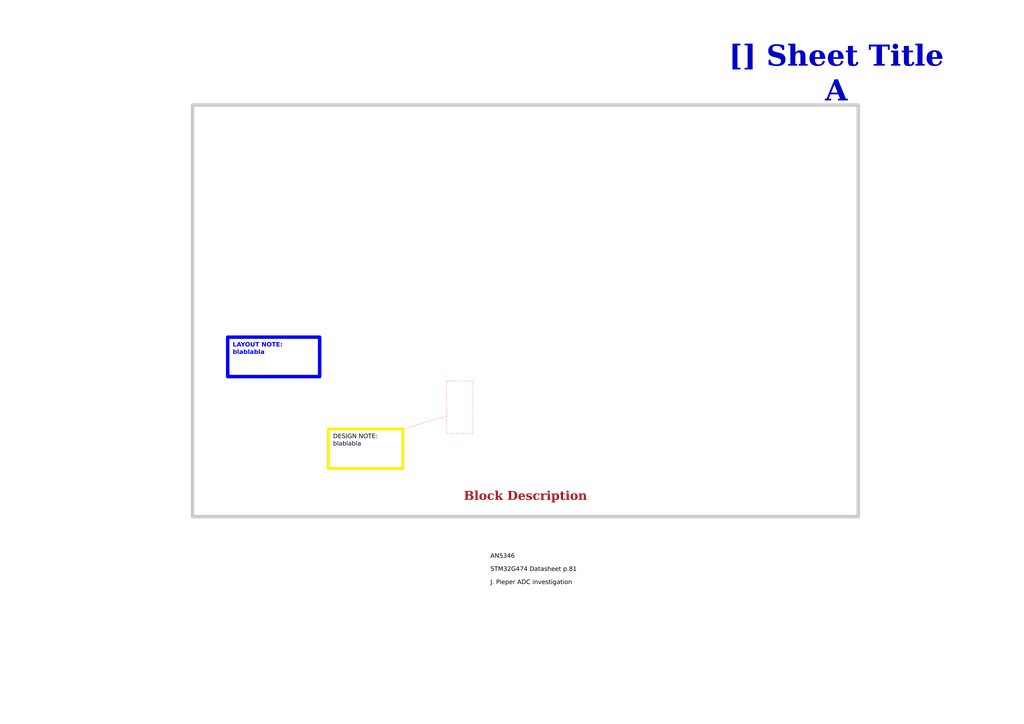
<source format=kicad_sch>
(kicad_sch
	(version 20250114)
	(generator "eeschema")
	(generator_version "9.0")
	(uuid "ea8c4f5e-7a49-4faf-a994-dbc85ed86b0a")
	(paper "A4")
	(title_block
		(title "Sheet Title A")
		(date "2025-01-12")
		(rev "${REVISION}")
		(company "${COMPANY}")
	)
	(lib_symbols)
	(rectangle
		(start 129.54 110.49)
		(end 137.16 125.73)
		(stroke
			(width 0)
			(type dot)
			(color 255 0 0 1)
		)
		(fill
			(type none)
		)
		(uuid 1d95e40b-2bfb-46ac-aef7-d61406185c71)
	)
	(rectangle
		(start 55.88 30.48)
		(end 248.92 149.86)
		(stroke
			(width 1)
			(type default)
			(color 200 200 200 1)
		)
		(fill
			(type none)
		)
		(uuid bb86d4de-8a6c-49fd-bb3c-0c8f9cc72e55)
	)
	(text "J. Pieper ADC investigation"
		(exclude_from_sim no)
		(at 142.24 170.18 0)
		(effects
			(font
				(face "Arial")
				(size 1.27 1.27)
				(color 0 0 0 1)
			)
			(justify left bottom)
			(href "https://jpieper.com/2023/07/24/stm32g4-adc-performance-part-2/")
		)
		(uuid "9b3ecc35-3df2-428b-a29e-c6c2c744422e")
	)
	(text "STM32G474 Datasheet p.81"
		(exclude_from_sim no)
		(at 142.24 166.37 0)
		(effects
			(font
				(face "Arial")
				(size 1.27 1.27)
				(color 0 0 0 1)
			)
			(justify left bottom)
			(href "https://www.st.com/resource/en/datasheet/stm32g474cb.pdf")
		)
		(uuid "e6fea1fe-2cf8-4a39-929e-14f4aedafb02")
	)
	(text "AN5346"
		(exclude_from_sim no)
		(at 142.24 162.56 0)
		(effects
			(font
				(face "Arial")
				(size 1.27 1.27)
				(color 0 0 0 1)
			)
			(justify left bottom)
			(href "https://www.st.com/resource/en/application_note/an5346-stm32g4-adc-use-tips-and-recommendations-stmicroelectronics.pdf")
		)
		(uuid "f25578fd-4ab6-4599-95bc-eaa8a509f479")
	)
	(text_box "LAYOUT NOTE:\nblablabla"
		(exclude_from_sim no)
		(at 66.04 97.79 0)
		(size 26.67 11.43)
		(margins 1.4525 1.4525 1.4525 1.4525)
		(stroke
			(width 1)
			(type solid)
			(color 0 0 255 1)
		)
		(fill
			(type none)
		)
		(effects
			(font
				(face "Arial")
				(size 1.27 1.27)
				(thickness 0.4)
				(bold yes)
				(color 0 0 255 1)
			)
			(justify left top)
		)
		(uuid "59800026-abce-490f-af73-e553b627145c")
	)
	(text_box "[${#}] ${TITLE}"
		(exclude_from_sim no)
		(at 203.2 15.24 0)
		(size 78.74 12.7)
		(margins 4.4999 4.4999 4.4999 4.4999)
		(stroke
			(width -0.0001)
			(type solid)
		)
		(fill
			(type none)
		)
		(effects
			(font
				(face "Times New Roman")
				(size 6 6)
				(thickness 1.2)
				(bold yes)
				(color 0 0 194 1)
			)
		)
		(uuid "b2c13488-4f2f-433b-bdc6-d210d1646aca")
	)
	(text_box "Block Description"
		(exclude_from_sim no)
		(at 57.15 139.7 0)
		(size 190.5 7.62)
		(margins 1.9049 1.9049 1.9049 1.9049)
		(stroke
			(width -0.0001)
			(type default)
		)
		(fill
			(type none)
		)
		(effects
			(font
				(face "Times New Roman")
				(size 2.54 2.54)
				(thickness 0.508)
				(bold yes)
				(color 162 22 34 1)
			)
			(justify bottom)
		)
		(uuid "b610ad11-6470-4e17-bb6a-df05c5ad2515")
	)
	(text_box "DESIGN NOTE:\nblablabla"
		(exclude_from_sim no)
		(at 95.25 124.46 0)
		(size 21.59 11.43)
		(margins 1.3525 1.3525 1.3525 1.3525)
		(stroke
			(width 0.8)
			(type solid)
			(color 250 236 0 1)
		)
		(fill
			(type none)
		)
		(effects
			(font
				(face "Arial")
				(size 1.27 1.27)
				(color 0 0 0 1)
			)
			(justify left top)
		)
		(uuid "e0003229-9448-4893-9fb1-bea9e839bb75")
	)
	(polyline
		(pts
			(xy 129.54 120.65) (xy 116.84 124.46)
		)
		(stroke
			(width 0)
			(type dot)
			(color 255 0 0 1)
		)
		(uuid "dbc0dbb3-ec35-483a-84d2-c330277e1998")
	)
)

</source>
